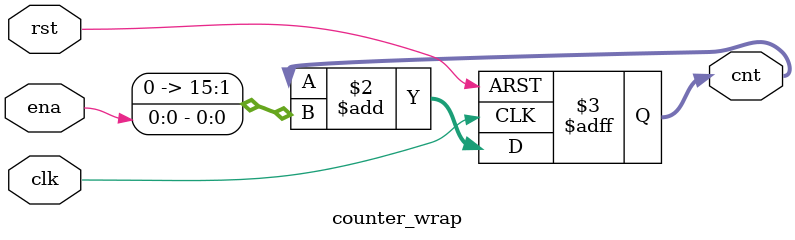
<source format=sv>

module counter_wrap #(
    // size parameters
    parameter  int unsigned WIDTH = 16,
    // implementation
    parameter  int unsigned IMPLEMENTATION = 0
    // 0 - carry in
    // 1 - multiplexer
)(
    // system signals
    input  logic             clk,  // clock
    input  logic             rst,  // reset
    // counter
    input  logic             ena,  // enable
    output logic [WIDTH-1:0] cnt   // counter
);

    generate
    case (IMPLEMENTATION)
        0:  // carry in
        begin
            always_ff @(posedge clk, posedge rst)
            if (rst)  cnt <= '0;
            else      cnt <= cnt + WIDTH'(ena);
        end
        1:  // multiplexer
        begin
            always_ff @(posedge clk, posedge rst)
            if (rst)       cnt <= '0;
            else if (ena)  cnt <= cnt + WIDTH'(1);
        end
        default:  // parameter validation
            $fatal("Unsupported IMPLEMENTATION parameter value.");
    endcase
    endgenerate

endmodule: counter_wrap
</source>
